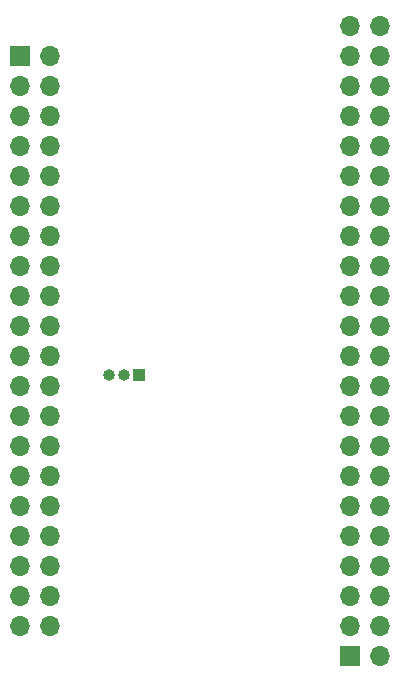
<source format=gbs>
%TF.GenerationSoftware,KiCad,Pcbnew,(6.0.5)*%
%TF.CreationDate,2025-06-10T19:53:23+02:00*%
%TF.ProjectId,LandShark_ADC_Bridge,4c616e64-5368-4617-926b-5f4144435f42,rev?*%
%TF.SameCoordinates,Original*%
%TF.FileFunction,Soldermask,Bot*%
%TF.FilePolarity,Negative*%
%FSLAX46Y46*%
G04 Gerber Fmt 4.6, Leading zero omitted, Abs format (unit mm)*
G04 Created by KiCad (PCBNEW (6.0.5)) date 2025-06-10 19:53:23*
%MOMM*%
%LPD*%
G01*
G04 APERTURE LIST*
%ADD10R,1.000000X1.000000*%
%ADD11O,1.000000X1.000000*%
%ADD12R,1.700000X1.700000*%
%ADD13O,1.700000X1.700000*%
G04 APERTURE END LIST*
D10*
%TO.C,J3*%
X145800000Y-102400000D03*
D11*
X144530000Y-102400000D03*
X143260000Y-102400000D03*
%TD*%
D12*
%TO.C,J2*%
X163725000Y-126175000D03*
D13*
X166265000Y-126175000D03*
X163725000Y-123635000D03*
X166265000Y-123635000D03*
X163725000Y-121095000D03*
X166265000Y-121095000D03*
X163725000Y-118555000D03*
X166265000Y-118555000D03*
X163725000Y-116015000D03*
X166265000Y-116015000D03*
X163725000Y-113475000D03*
X166265000Y-113475000D03*
X163725000Y-110935000D03*
X166265000Y-110935000D03*
X163725000Y-108395000D03*
X166265000Y-108395000D03*
X163725000Y-105855000D03*
X166265000Y-105855000D03*
X163725000Y-103315000D03*
X166265000Y-103315000D03*
X163725000Y-100775000D03*
X166265000Y-100775000D03*
X163725000Y-98235000D03*
X166265000Y-98235000D03*
X163725000Y-95695000D03*
X166265000Y-95695000D03*
X163725000Y-93155000D03*
X166265000Y-93155000D03*
X163725000Y-90615000D03*
X166265000Y-90615000D03*
X163725000Y-88075000D03*
X166265000Y-88075000D03*
X163725000Y-85535000D03*
X166265000Y-85535000D03*
X163725000Y-82995000D03*
X166265000Y-82995000D03*
X163725000Y-80455000D03*
X166265000Y-80455000D03*
X163725000Y-77915000D03*
X166265000Y-77915000D03*
X163725000Y-75375000D03*
X166265000Y-75375000D03*
X163725000Y-72835000D03*
X166265000Y-72835000D03*
%TD*%
D12*
%TO.C,J1*%
X135730000Y-75370000D03*
D13*
X138270000Y-75370000D03*
X135730000Y-77910000D03*
X138270000Y-77910000D03*
X135730000Y-80450000D03*
X138270000Y-80450000D03*
X135730000Y-82990000D03*
X138270000Y-82990000D03*
X135730000Y-85530000D03*
X138270000Y-85530000D03*
X135730000Y-88070000D03*
X138270000Y-88070000D03*
X135730000Y-90610000D03*
X138270000Y-90610000D03*
X135730000Y-93150000D03*
X138270000Y-93150000D03*
X135730000Y-95690000D03*
X138270000Y-95690000D03*
X135730000Y-98230000D03*
X138270000Y-98230000D03*
X135730000Y-100770000D03*
X138270000Y-100770000D03*
X135730000Y-103310000D03*
X138270000Y-103310000D03*
X135730000Y-105850000D03*
X138270000Y-105850000D03*
X135730000Y-108390000D03*
X138270000Y-108390000D03*
X135730000Y-110930000D03*
X138270000Y-110930000D03*
X135730000Y-113470000D03*
X138270000Y-113470000D03*
X135730000Y-116010000D03*
X138270000Y-116010000D03*
X135730000Y-118550000D03*
X138270000Y-118550000D03*
X135730000Y-121090000D03*
X138270000Y-121090000D03*
X135730000Y-123630000D03*
X138270000Y-123630000D03*
%TD*%
M02*

</source>
